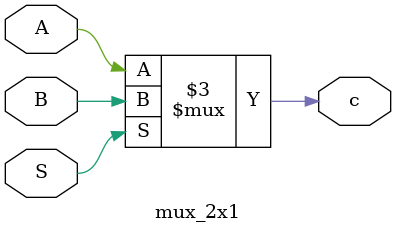
<source format=v>
`timescale 1ns / 1ps
module mux_2x1(input A, B, S, output reg c);
always @(*) begin
if (S)
    c = B;
    else
    c = A;
end

endmodule

</source>
